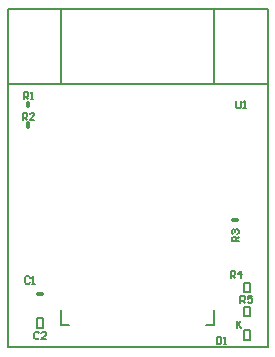
<source format=gto>
G04*
G04 #@! TF.GenerationSoftware,Altium Limited,Altium Designer,22.5.1 (42)*
G04*
G04 Layer_Color=16777215*
%FSLAX44Y44*%
%MOMM*%
G71*
G04*
G04 #@! TF.SameCoordinates,D327534F-E779-4237-818F-575770AB304D*
G04*
G04*
G04 #@! TF.FilePolarity,Positive*
G04*
G01*
G75*
%ADD10C,0.2000*%
%ADD11C,0.3000*%
%ADD12C,0.1500*%
D10*
X-80000Y-101500D02*
Y-93500D01*
X-85000D02*
X-80000D01*
X-85000Y-101500D02*
Y-93500D01*
Y-101500D02*
X-80000D01*
X-110000Y105250D02*
X110000Y105250D01*
X-65000Y-98750D02*
X-57750D01*
X-65000D02*
Y-86500D01*
X57750Y-98750D02*
X65000D01*
Y-86500D01*
Y105250D02*
Y168250D01*
X-65000D02*
X65000D01*
X-65000Y105250D02*
Y168250D01*
X90000Y-103500D02*
X95000D01*
Y-111500D02*
Y-103500D01*
X90000Y-111500D02*
X95000D01*
X90000D02*
Y-103500D01*
Y-63500D02*
X95000D01*
Y-71500D02*
Y-63500D01*
X90000Y-71500D02*
X95000D01*
X90000D02*
Y-63500D01*
Y-83500D02*
X95000D01*
Y-91500D02*
Y-83500D01*
X90000Y-91500D02*
X95000D01*
X90000D02*
Y-83500D01*
X-110000Y168250D02*
X110000D01*
Y-118000D02*
Y168250D01*
X-110000Y-118000D02*
X110000D01*
X-110000D02*
Y168250D01*
D11*
X-92500Y86000D02*
Y89000D01*
Y68500D02*
Y71500D01*
X81000Y-10000D02*
X84000D01*
X-84000Y-72500D02*
X-81000D01*
D12*
X83750Y-95502D02*
Y-101500D01*
Y-99501D01*
X87749Y-95502D01*
X84750Y-98501D01*
X87749Y-101500D01*
X-83500Y-106251D02*
X-84499Y-105251D01*
X-86499D01*
X-87498Y-106251D01*
Y-110249D01*
X-86499Y-111249D01*
X-84499D01*
X-83500Y-110249D01*
X-77502Y-111249D02*
X-81500D01*
X-77502Y-107250D01*
Y-106251D01*
X-78501Y-105251D01*
X-80501D01*
X-81500Y-106251D01*
X83501Y90499D02*
Y85501D01*
X84501Y84501D01*
X86500D01*
X87500Y85501D01*
Y90499D01*
X89499Y84501D02*
X91499D01*
X90499D01*
Y90499D01*
X89499Y89499D01*
X66751Y-109001D02*
Y-114999D01*
X69750D01*
X70750Y-113999D01*
Y-110001D01*
X69750Y-109001D01*
X66751D01*
X72749Y-114999D02*
X74749D01*
X73749D01*
Y-109001D01*
X72749Y-110001D01*
X87002Y-80499D02*
Y-74501D01*
X90001D01*
X91000Y-75501D01*
Y-77500D01*
X90001Y-78500D01*
X87002D01*
X89001D02*
X91000Y-80499D01*
X96998Y-74501D02*
X93000D01*
Y-77500D01*
X94999Y-76500D01*
X95999D01*
X96998Y-77500D01*
Y-79499D01*
X95999Y-80499D01*
X93999D01*
X93000Y-79499D01*
X78752Y-59249D02*
Y-53251D01*
X81751D01*
X82750Y-54251D01*
Y-56250D01*
X81751Y-57250D01*
X78752D01*
X80751D02*
X82750Y-59249D01*
X87749D02*
Y-53251D01*
X84750Y-56250D01*
X88748D01*
X85499Y-28248D02*
X79501D01*
Y-25249D01*
X80501Y-24250D01*
X82500D01*
X83500Y-25249D01*
Y-28248D01*
Y-26249D02*
X85499Y-24250D01*
X80501Y-22250D02*
X79501Y-21251D01*
Y-19251D01*
X80501Y-18252D01*
X81500D01*
X82500Y-19251D01*
Y-20251D01*
Y-19251D01*
X83500Y-18252D01*
X84499D01*
X85499Y-19251D01*
Y-21251D01*
X84499Y-22250D01*
X-97498Y74501D02*
Y80499D01*
X-94499D01*
X-93500Y79499D01*
Y77500D01*
X-94499Y76500D01*
X-97498D01*
X-95499D02*
X-93500Y74501D01*
X-87502D02*
X-91500D01*
X-87502Y78500D01*
Y79499D01*
X-88501Y80499D01*
X-90501D01*
X-91500Y79499D01*
X-96499Y92001D02*
Y97999D01*
X-93500D01*
X-92500Y96999D01*
Y95000D01*
X-93500Y94000D01*
X-96499D01*
X-94499D02*
X-92500Y92001D01*
X-90501D02*
X-88501D01*
X-89501D01*
Y97999D01*
X-90501Y96999D01*
X-91250Y-59001D02*
X-92250Y-58001D01*
X-94249D01*
X-95249Y-59001D01*
Y-62999D01*
X-94249Y-63999D01*
X-92250D01*
X-91250Y-62999D01*
X-89251Y-63999D02*
X-87251D01*
X-88251D01*
Y-58001D01*
X-89251Y-59001D01*
M02*

</source>
